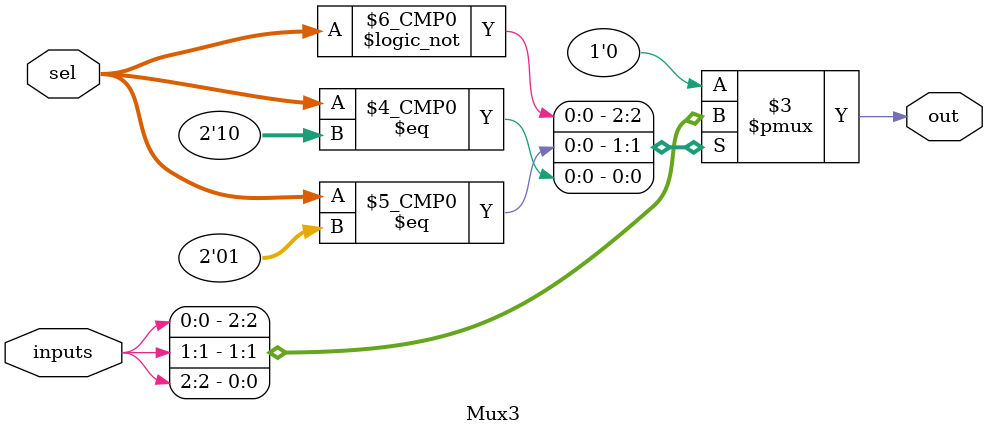
<source format=v>

module Mux3(
    input [2:0] inputs,
    input [1:0] sel,
    output reg out
    );

    always @(*) begin
        case (sel)
            2'b00:
                out = inputs[0];
            2'b01:
                out = inputs[1];
            2'b10:
                out = inputs[2];
            default:
                out = 1'b0;
        endcase
    end

endmodule

</source>
